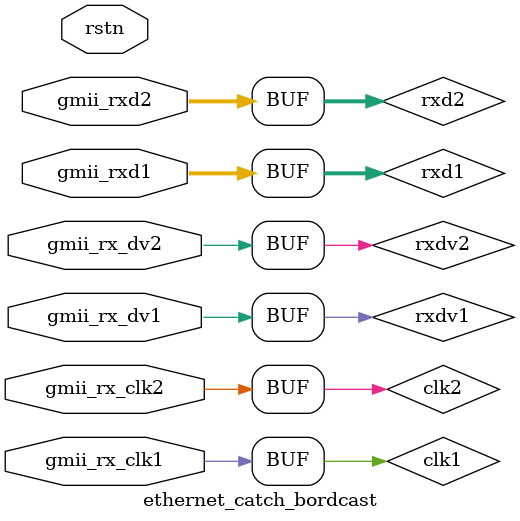
<source format=v>
module ethernet_catch_bordcast
    (
        input wire rstn,
       input wire [3:0]gmii_rxd1,
       input wire gmii_rx_dv1,
       input wire gmii_rx_clk1,
        
        input wire [3:0]gmii_rxd2,
        input wire gmii_rx_dv2,
        input wire gmii_rx_clk2
    );
    
    (*mark_debug="true"*)wire rxdv1;
    (*mark_debug="true"*) wire rxdv2;
    (*mark_debug="true"*) wire clk1;
    (*mark_debug="true"*) wire clk2;
    (*mark_debug="true"*)wire [3:0]rxd1;
     (*mark_debug="true"*)wire [3:0]rxd2;
  
    (*mark_debug="true"*)wire [7:0]rxd_eth1;
     (*mark_debug="true"*)wire [7:0]rxd_eth2;
    
    
    assign clk1=gmii_rx_clk1;
    assign rxdv1=gmii_rx_dv1;
    assign rxd1=gmii_rxd1;
    
    assign clk2=gmii_rx_clk2;
    assign rxdv2=gmii_rx_dv2;
    assign rxd2=gmii_rxd2;
    
    eth_catch eth_catch_inst1
    (
    .rstn(rstn),
    .gmii_rxd(gmii_rxd1),
    .gmii_rx_dv(gmii_rx_dv1),
    .gmii_rx_clk(gmii_rx_clk1),
    .eth_data_rxd(rxd_eth1)
    );
    
    eth_catch eth_catch_inst2
    (
    .rstn(rstn),
    .gmii_rxd(gmii_rxd2),
    .gmii_rx_dv(gmii_rx_dv2),
    .gmii_rx_clk(gmii_rx_clk2),
    .eth_data_rxd(rxd_eth2)
    );
    
endmodule

</source>
